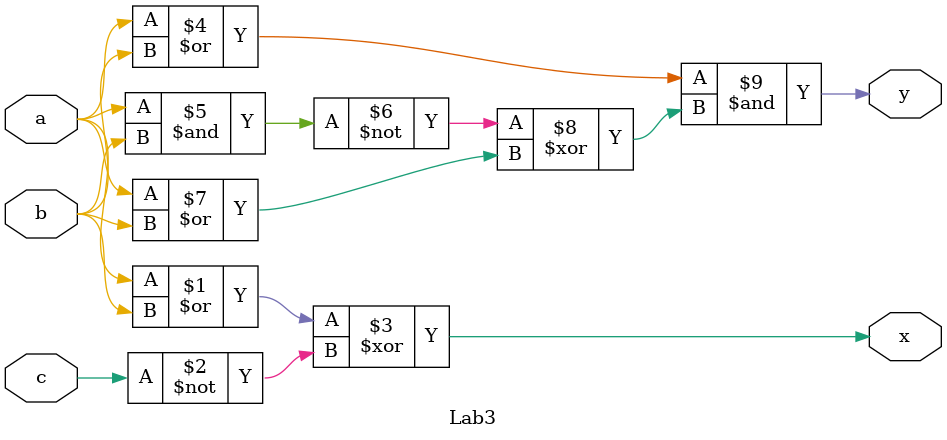
<source format=sv>
module Lab3(
output x, y,  
    input a, b, c
   ); 
    
    assign x = ((a | b) ^ ~c) ;
    assign y = (a | b) & (~(a & b) ^ (a | b));
endmodule
</source>
